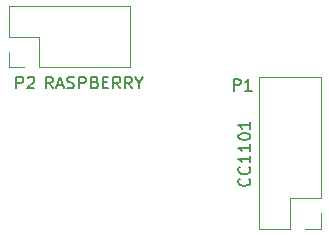
<source format=gto>
G04 #@! TF.FileFunction,Legend,Top*
%FSLAX46Y46*%
G04 Gerber Fmt 4.6, Leading zero omitted, Abs format (unit mm)*
G04 Created by KiCad (PCBNEW 4.0.7) date Monday, 04 '04e' September '04e' 2017, 13:38:34*
%MOMM*%
%LPD*%
G01*
G04 APERTURE LIST*
%ADD10C,0.100000*%
%ADD11C,0.120000*%
%ADD12C,0.150000*%
G04 APERTURE END LIST*
D10*
D11*
X153570000Y-96070000D02*
X153570000Y-90870000D01*
X145890000Y-96070000D02*
X153570000Y-96070000D01*
X143290000Y-90870000D02*
X153570000Y-90870000D01*
X145890000Y-96070000D02*
X145890000Y-93470000D01*
X145890000Y-93470000D02*
X143290000Y-93470000D01*
X143290000Y-93470000D02*
X143290000Y-90870000D01*
X144620000Y-96070000D02*
X143290000Y-96070000D01*
X143290000Y-96070000D02*
X143290000Y-94740000D01*
X169730000Y-96910000D02*
X164530000Y-96910000D01*
X169730000Y-107130000D02*
X169730000Y-96910000D01*
X164530000Y-109730000D02*
X164530000Y-96910000D01*
X169730000Y-107130000D02*
X167130000Y-107130000D01*
X167130000Y-107130000D02*
X167130000Y-109730000D01*
X167130000Y-109730000D02*
X164530000Y-109730000D01*
X169730000Y-108400000D02*
X169730000Y-109730000D01*
X169730000Y-109730000D02*
X168400000Y-109730000D01*
D12*
X143961905Y-97852381D02*
X143961905Y-96852381D01*
X144342858Y-96852381D01*
X144438096Y-96900000D01*
X144485715Y-96947619D01*
X144533334Y-97042857D01*
X144533334Y-97185714D01*
X144485715Y-97280952D01*
X144438096Y-97328571D01*
X144342858Y-97376190D01*
X143961905Y-97376190D01*
X144914286Y-96947619D02*
X144961905Y-96900000D01*
X145057143Y-96852381D01*
X145295239Y-96852381D01*
X145390477Y-96900000D01*
X145438096Y-96947619D01*
X145485715Y-97042857D01*
X145485715Y-97138095D01*
X145438096Y-97280952D01*
X144866667Y-97852381D01*
X145485715Y-97852381D01*
X147023810Y-97852381D02*
X146690476Y-97376190D01*
X146452381Y-97852381D02*
X146452381Y-96852381D01*
X146833334Y-96852381D01*
X146928572Y-96900000D01*
X146976191Y-96947619D01*
X147023810Y-97042857D01*
X147023810Y-97185714D01*
X146976191Y-97280952D01*
X146928572Y-97328571D01*
X146833334Y-97376190D01*
X146452381Y-97376190D01*
X147404762Y-97566667D02*
X147880953Y-97566667D01*
X147309524Y-97852381D02*
X147642857Y-96852381D01*
X147976191Y-97852381D01*
X148261905Y-97804762D02*
X148404762Y-97852381D01*
X148642858Y-97852381D01*
X148738096Y-97804762D01*
X148785715Y-97757143D01*
X148833334Y-97661905D01*
X148833334Y-97566667D01*
X148785715Y-97471429D01*
X148738096Y-97423810D01*
X148642858Y-97376190D01*
X148452381Y-97328571D01*
X148357143Y-97280952D01*
X148309524Y-97233333D01*
X148261905Y-97138095D01*
X148261905Y-97042857D01*
X148309524Y-96947619D01*
X148357143Y-96900000D01*
X148452381Y-96852381D01*
X148690477Y-96852381D01*
X148833334Y-96900000D01*
X149261905Y-97852381D02*
X149261905Y-96852381D01*
X149642858Y-96852381D01*
X149738096Y-96900000D01*
X149785715Y-96947619D01*
X149833334Y-97042857D01*
X149833334Y-97185714D01*
X149785715Y-97280952D01*
X149738096Y-97328571D01*
X149642858Y-97376190D01*
X149261905Y-97376190D01*
X150595239Y-97328571D02*
X150738096Y-97376190D01*
X150785715Y-97423810D01*
X150833334Y-97519048D01*
X150833334Y-97661905D01*
X150785715Y-97757143D01*
X150738096Y-97804762D01*
X150642858Y-97852381D01*
X150261905Y-97852381D01*
X150261905Y-96852381D01*
X150595239Y-96852381D01*
X150690477Y-96900000D01*
X150738096Y-96947619D01*
X150785715Y-97042857D01*
X150785715Y-97138095D01*
X150738096Y-97233333D01*
X150690477Y-97280952D01*
X150595239Y-97328571D01*
X150261905Y-97328571D01*
X151261905Y-97328571D02*
X151595239Y-97328571D01*
X151738096Y-97852381D02*
X151261905Y-97852381D01*
X151261905Y-96852381D01*
X151738096Y-96852381D01*
X152738096Y-97852381D02*
X152404762Y-97376190D01*
X152166667Y-97852381D02*
X152166667Y-96852381D01*
X152547620Y-96852381D01*
X152642858Y-96900000D01*
X152690477Y-96947619D01*
X152738096Y-97042857D01*
X152738096Y-97185714D01*
X152690477Y-97280952D01*
X152642858Y-97328571D01*
X152547620Y-97376190D01*
X152166667Y-97376190D01*
X153738096Y-97852381D02*
X153404762Y-97376190D01*
X153166667Y-97852381D02*
X153166667Y-96852381D01*
X153547620Y-96852381D01*
X153642858Y-96900000D01*
X153690477Y-96947619D01*
X153738096Y-97042857D01*
X153738096Y-97185714D01*
X153690477Y-97280952D01*
X153642858Y-97328571D01*
X153547620Y-97376190D01*
X153166667Y-97376190D01*
X154357143Y-97376190D02*
X154357143Y-97852381D01*
X154023810Y-96852381D02*
X154357143Y-97376190D01*
X154690477Y-96852381D01*
X162361905Y-98052381D02*
X162361905Y-97052381D01*
X162742858Y-97052381D01*
X162838096Y-97100000D01*
X162885715Y-97147619D01*
X162933334Y-97242857D01*
X162933334Y-97385714D01*
X162885715Y-97480952D01*
X162838096Y-97528571D01*
X162742858Y-97576190D01*
X162361905Y-97576190D01*
X163885715Y-98052381D02*
X163314286Y-98052381D01*
X163600000Y-98052381D02*
X163600000Y-97052381D01*
X163504762Y-97195238D01*
X163409524Y-97290476D01*
X163314286Y-97338095D01*
X163657143Y-105495238D02*
X163704762Y-105542857D01*
X163752381Y-105685714D01*
X163752381Y-105780952D01*
X163704762Y-105923810D01*
X163609524Y-106019048D01*
X163514286Y-106066667D01*
X163323810Y-106114286D01*
X163180952Y-106114286D01*
X162990476Y-106066667D01*
X162895238Y-106019048D01*
X162800000Y-105923810D01*
X162752381Y-105780952D01*
X162752381Y-105685714D01*
X162800000Y-105542857D01*
X162847619Y-105495238D01*
X163657143Y-104495238D02*
X163704762Y-104542857D01*
X163752381Y-104685714D01*
X163752381Y-104780952D01*
X163704762Y-104923810D01*
X163609524Y-105019048D01*
X163514286Y-105066667D01*
X163323810Y-105114286D01*
X163180952Y-105114286D01*
X162990476Y-105066667D01*
X162895238Y-105019048D01*
X162800000Y-104923810D01*
X162752381Y-104780952D01*
X162752381Y-104685714D01*
X162800000Y-104542857D01*
X162847619Y-104495238D01*
X163752381Y-103542857D02*
X163752381Y-104114286D01*
X163752381Y-103828572D02*
X162752381Y-103828572D01*
X162895238Y-103923810D01*
X162990476Y-104019048D01*
X163038095Y-104114286D01*
X163752381Y-102590476D02*
X163752381Y-103161905D01*
X163752381Y-102876191D02*
X162752381Y-102876191D01*
X162895238Y-102971429D01*
X162990476Y-103066667D01*
X163038095Y-103161905D01*
X162752381Y-101971429D02*
X162752381Y-101876190D01*
X162800000Y-101780952D01*
X162847619Y-101733333D01*
X162942857Y-101685714D01*
X163133333Y-101638095D01*
X163371429Y-101638095D01*
X163561905Y-101685714D01*
X163657143Y-101733333D01*
X163704762Y-101780952D01*
X163752381Y-101876190D01*
X163752381Y-101971429D01*
X163704762Y-102066667D01*
X163657143Y-102114286D01*
X163561905Y-102161905D01*
X163371429Y-102209524D01*
X163133333Y-102209524D01*
X162942857Y-102161905D01*
X162847619Y-102114286D01*
X162800000Y-102066667D01*
X162752381Y-101971429D01*
X163752381Y-100685714D02*
X163752381Y-101257143D01*
X163752381Y-100971429D02*
X162752381Y-100971429D01*
X162895238Y-101066667D01*
X162990476Y-101161905D01*
X163038095Y-101257143D01*
M02*

</source>
